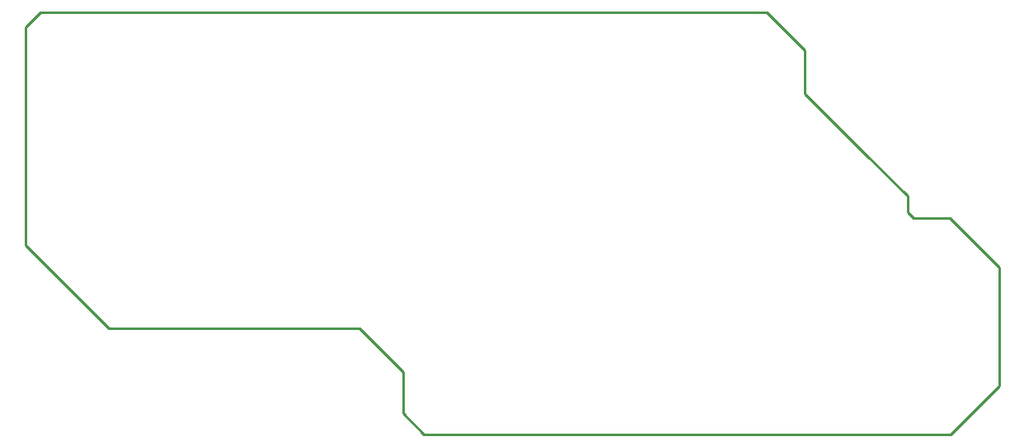
<source format=gko>
G04 Layer: BoardOutlineLayer*
G04 EasyEDA v6.5.51, 2025-09-14 18:22:56*
G04 65470a2a99dd484cb8e495e3fbabed1f,d25947a9a65e436e8dba57a0ec84572b,10*
G04 Gerber Generator version 0.2*
G04 Scale: 100 percent, Rotated: No, Reflected: No *
G04 Dimensions in millimeters *
G04 leading zeros omitted , absolute positions ,4 integer and 5 decimal *
%FSLAX45Y45*%
%MOMM*%

%ADD10C,0.2540*%
%ADD11C,0.0134*%
D10*
X88900Y-63446D02*
G01*
X152400Y53D01*
X7607300Y53D01*
X8001000Y-393646D01*
X8001000Y-838146D01*
X8610600Y-1447746D01*
X9055100Y-1892246D01*
X9055100Y-2057346D01*
X9118600Y-2120846D01*
X9486900Y-2120846D01*
X9994900Y-2628846D01*
X9994900Y-3848046D01*
X9499600Y-4343346D01*
X4089400Y-4343346D01*
X3875531Y-4129478D01*
X3875531Y-3700726D01*
X3429000Y-3254194D01*
X850900Y-3254194D01*
X0Y-2403294D01*
X0Y-151584D01*
X139700Y-12646D01*

%LPD*%
M02*

</source>
